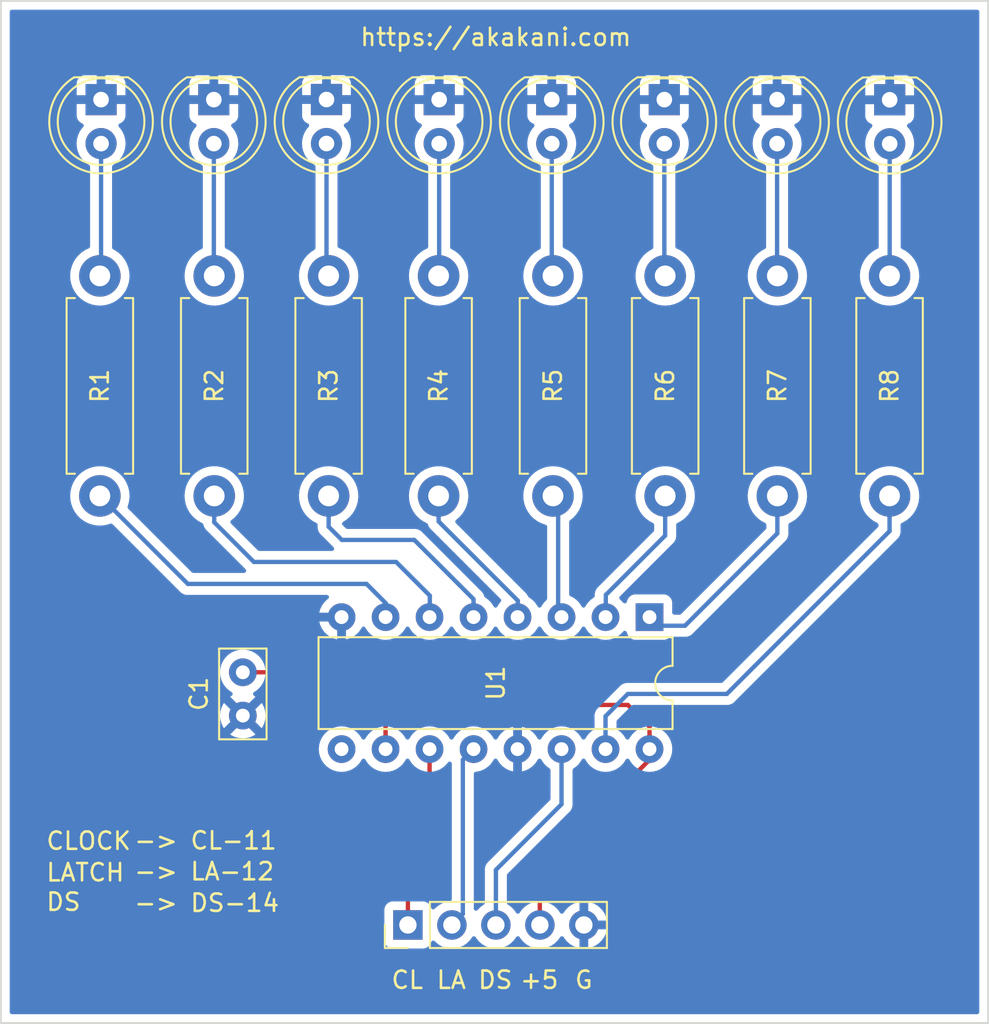
<source format=kicad_pcb>
(kicad_pcb (version 20211014) (generator pcbnew)
  (layers (0 "F.Cu" signal) (31 "B.Cu" signal) (36 "B.SilkS" user "B.Silkscreen") (37 "F.SilkS" user "F.Silkscreen") (38 "B.Mask" user) (39 "F.Mask" user) (44 "Edge.Cuts" user))
  (net 0 "")
  (net 1 "Net-(C1-Pad1)")
  (net 2 "GND")
  (net 3 "Net-(J1-Pad1)")
  (net 4 "Net-(J1-Pad2)")
  (net 5 "Net-(J1-Pad3)")
  (net 6 "Net-(R1-Pad1)")
  (net 7 "Net-(R2-Pad1)")
  (net 8 "Net-(R5-Pad1)")
  (net 9 "Net-(R6-Pad1)")
  (net 11 "Net-(BLUE1-Pad2)")
  (net 12 "Net-(BLUE2-Pad2)")
  (net 13 "Net-(GREEN1-Pad2)")
  (net 14 "Net-(GREEN2-Pad2)")
  (net 15 "Net-(R3-Pad1)")
  (net 16 "Net-(R4-Pad1)")
  (net 17 "Net-(R5-Pad2)")
  (net 18 "Net-(R6-Pad2)")
  (net 19 "Net-(R7-Pad1)")
  (net 20 "Net-(R7-Pad2)")
  (net 21 "Net-(R8-Pad1)")
  (net 22 "Net-(R8-Pad2)")
  (footprint "Capacitor_THT:C_Disc_D5.0mm_W2.5mm_P2.50mm" (layer "F.Cu") (at 121.285 102.255 -90)
    (fp_text reference "C1" (at 1.25 2.54 90) (layer "F.SilkS"))
    (fp_text value "0.1uF" hide)
    (fp_line (start -1.37 1.37) (end 3.87 1.37) (layer "F.SilkS") (width 0.12))
    (fp_line (start 3.87 -1.37) (end 3.87 1.37) (layer "F.SilkS") (width 0.12))
    (fp_line (start -1.37 -1.37) (end -1.37 1.37) (layer "F.SilkS") (width 0.12))
    (fp_line (start -1.37 -1.37) (end 3.87 -1.37) (layer "F.SilkS") (width 0.12))
    (pad "1" thru_hole circle (at 0 0 270) (size 1.6 1.6) (drill 0.8) (layers *.Cu *.Mask) (net 1 "Net-(C1-Pad1)"))
    (pad "2" thru_hole circle (at 2.5 0 270) (size 1.6 1.6) (drill 0.8) (layers *.Cu *.Mask) (net 2 "GND"))
  )
  (footprint "LED_THT:LED_D5.0mm" (layer "F.Cu") (at 119.61 69.2 -90)
    (fp_text reference "BLUE2" hide)
    (fp_text value "LED" hide)
    (fp_line (start -1.29 -1.545) (end -1.29 1.545) (layer "F.SilkS") (width 0.12))
    (fp_arc (start -1.29 -1.54483) (mid 2.072002 -2.880433) (end 4.26 0.000462) (layer "F.SilkS") (width 0.12))
    (fp_arc (start 4.26 -0.000462) (mid 2.072002 2.880433) (end -1.29 1.54483) (layer "F.SilkS") (width 0.12))
    (fp_circle (center 1.27 0) (end 3.77 0) (layer "F.SilkS") (width 0.12) (fill none))
    (pad "1" thru_hole rect (at 0 0 270) (size 1.8 1.8) (drill 0.9) (layers *.Cu *.Mask) (net 2 "GND"))
    (pad "2" thru_hole circle (at 2.54 0 270) (size 1.8 1.8) (drill 0.9) (layers *.Cu *.Mask) (net 12 "Net-(BLUE2-Pad2)"))
  )
  (footprint "Resistor_THT:R_Axial_DIN0411_L9.9mm_D3.6mm_P12.70mm_Horizontal" (layer "F.Cu") (at 145.669 92.075 90)
    (fp_text reference "R6" (at 6.35 0 90) (layer "F.SilkS"))
    (fp_text value "R_US" hide)
    (fp_line (start 1.28 -1.92) (end 11.42 -1.92) (layer "F.SilkS") (width 0.12))
    (fp_line (start 1.28 1.92) (end 11.42 1.92) (layer "F.SilkS") (width 0.12))
    (fp_line (start 11.42 -1.92) (end 11.42 -1.44) (layer "F.SilkS") (width 0.12))
    (fp_line (start 1.28 1.44) (end 1.28 1.92) (layer "F.SilkS") (width 0.12))
    (fp_line (start 1.28 -1.44) (end 1.28 -1.92) (layer "F.SilkS") (width 0.12))
    (fp_line (start 11.42 1.92) (end 11.42 1.44) (layer "F.SilkS") (width 0.12))
    (pad "1" thru_hole circle (at 0 0 90) (size 2.4 2.4) (drill 1.2) (layers *.Cu *.Mask) (net 9 "Net-(R6-Pad1)"))
    (pad "2" thru_hole oval (at 12.7 0 90) (size 2.4 2.4) (drill 1.2) (layers *.Cu *.Mask) (net 18 "Net-(R6-Pad2)"))
  )
  (footprint "LED_THT:LED_D5.0mm" (layer "F.Cu") (at 132.62 69.2 -90)
    (fp_text reference "GREEN2" hide)
    (fp_text value "LED" hide)
    (fp_line (start -1.29 -1.545) (end -1.29 1.545) (layer "F.SilkS") (width 0.12))
    (fp_arc (start -1.29 -1.54483) (mid 2.072002 -2.880433) (end 4.26 0.000462) (layer "F.SilkS") (width 0.12))
    (fp_arc (start 4.26 -0.000462) (mid 2.072002 2.880433) (end -1.29 1.54483) (layer "F.SilkS") (width 0.12))
    (fp_circle (center 1.27 0) (end 3.77 0) (layer "F.SilkS") (width 0.12) (fill none))
    (pad "1" thru_hole rect (at 0 0 270) (size 1.8 1.8) (drill 0.9) (layers *.Cu *.Mask) (net 2 "GND"))
    (pad "2" thru_hole circle (at 2.54 0 270) (size 1.8 1.8) (drill 0.9) (layers *.Cu *.Mask) (net 14 "Net-(GREEN2-Pad2)"))
  )
  (footprint "Resistor_THT:R_Axial_DIN0411_L9.9mm_D3.6mm_P12.70mm_Horizontal" (layer "F.Cu") (at 139.192 92.075 90)
    (fp_text reference "R5" (at 6.35 0 90) (layer "F.SilkS"))
    (fp_text value "R_US" hide)
    (fp_line (start 1.28 -1.92) (end 11.42 -1.92) (layer "F.SilkS") (width 0.12))
    (fp_line (start 1.28 1.92) (end 11.42 1.92) (layer "F.SilkS") (width 0.12))
    (fp_line (start 11.42 -1.92) (end 11.42 -1.44) (layer "F.SilkS") (width 0.12))
    (fp_line (start 1.28 -1.44) (end 1.28 -1.92) (layer "F.SilkS") (width 0.12))
    (fp_line (start 1.28 1.44) (end 1.28 1.92) (layer "F.SilkS") (width 0.12))
    (fp_line (start 11.42 1.92) (end 11.42 1.44) (layer "F.SilkS") (width 0.12))
    (pad "1" thru_hole circle (at 0 0 90) (size 2.4 2.4) (drill 1.2) (layers *.Cu *.Mask) (net 8 "Net-(R5-Pad1)"))
    (pad "2" thru_hole oval (at 12.7 0 90) (size 2.4 2.4) (drill 1.2) (layers *.Cu *.Mask) (net 17 "Net-(R5-Pad2)"))
  )
  (footprint "Resistor_THT:R_Axial_DIN0411_L9.9mm_D3.6mm_P12.70mm_Horizontal" (layer "F.Cu") (at 126.238 92.075 90)
    (fp_text reference "R3" (at 6.35 0 90) (layer "F.SilkS"))
    (fp_text value "R_US" hide)
    (fp_line (start 1.28 1.44) (end 1.28 1.92) (layer "F.SilkS") (width 0.12))
    (fp_line (start 1.28 -1.44) (end 1.28 -1.92) (layer "F.SilkS") (width 0.12))
    (fp_line (start 11.42 -1.92) (end 11.42 -1.44) (layer "F.SilkS") (width 0.12))
    (fp_line (start 11.42 1.92) (end 11.42 1.44) (layer "F.SilkS") (width 0.12))
    (fp_line (start 1.28 -1.92) (end 11.42 -1.92) (layer "F.SilkS") (width 0.12))
    (fp_line (start 1.28 1.92) (end 11.42 1.92) (layer "F.SilkS") (width 0.12))
    (pad "1" thru_hole circle (at 0 0 90) (size 2.4 2.4) (drill 1.2) (layers *.Cu *.Mask) (net 15 "Net-(R3-Pad1)"))
    (pad "2" thru_hole oval (at 12.7 0 90) (size 2.4 2.4) (drill 1.2) (layers *.Cu *.Mask) (net 13 "Net-(GREEN1-Pad2)"))
  )
  (footprint "Resistor_THT:R_Axial_DIN0411_L9.9mm_D3.6mm_P12.70mm_Horizontal" (layer "F.Cu") (at 113.03 92.075 90)
    (fp_text reference "R1" (at 6.35 0 90) (layer "F.SilkS"))
    (fp_text value "R_US" hide)
    (fp_line (start 1.28 -1.92) (end 11.42 -1.92) (layer "F.SilkS") (width 0.12))
    (fp_line (start 1.28 1.44) (end 1.28 1.92) (layer "F.SilkS") (width 0.12))
    (fp_line (start 1.28 -1.44) (end 1.28 -1.92) (layer "F.SilkS") (width 0.12))
    (fp_line (start 11.42 1.92) (end 11.42 1.44) (layer "F.SilkS") (width 0.12))
    (fp_line (start 1.28 1.92) (end 11.42 1.92) (layer "F.SilkS") (width 0.12))
    (fp_line (start 11.42 -1.92) (end 11.42 -1.44) (layer "F.SilkS") (width 0.12))
    (pad "1" thru_hole circle (at 0 0 90) (size 2.4 2.4) (drill 1.2) (layers *.Cu *.Mask) (net 6 "Net-(R1-Pad1)"))
    (pad "2" thru_hole oval (at 12.7 0 90) (size 2.4 2.4) (drill 1.2) (layers *.Cu *.Mask) (net 11 "Net-(BLUE1-Pad2)"))
  )
  (footprint "Resistor_THT:R_Axial_DIN0411_L9.9mm_D3.6mm_P12.70mm_Horizontal" (layer "F.Cu") (at 152.146 92.075 90)
    (fp_text reference "R7" (at 6.35 0 90) (layer "F.SilkS"))
    (fp_text value "R_US" hide)
    (fp_line (start 11.42 -1.92) (end 11.42 -1.44) (layer "F.SilkS") (width 0.12))
    (fp_line (start 1.28 1.92) (end 11.42 1.92) (layer "F.SilkS") (width 0.12))
    (fp_line (start 11.42 1.92) (end 11.42 1.44) (layer "F.SilkS") (width 0.12))
    (fp_line (start 1.28 1.44) (end 1.28 1.92) (layer "F.SilkS") (width 0.12))
    (fp_line (start 1.28 -1.92) (end 11.42 -1.92) (layer "F.SilkS") (width 0.12))
    (fp_line (start 1.28 -1.44) (end 1.28 -1.92) (layer "F.SilkS") (width 0.12))
    (pad "1" thru_hole circle (at 0 0 90) (size 2.4 2.4) (drill 1.2) (layers *.Cu *.Mask) (net 19 "Net-(R7-Pad1)"))
    (pad "2" thru_hole oval (at 12.7 0 90) (size 2.4 2.4) (drill 1.2) (layers *.Cu *.Mask) (net 20 "Net-(R7-Pad2)"))
  )
  (footprint "Package_DIP:DIP-16_W7.62mm" (layer "F.Cu") (at 144.765 99.07 -90)
    (fp_text reference "U1" (at 3.81 8.875 90) (layer "F.SilkS"))
    (fp_text value "74HC595" hide)
    (fp_line (start 6.46 19.11) (end 6.46 -1.33) (layer "F.SilkS") (width 0.12))
    (fp_line (start 1.16 19.11) (end 6.46 19.11) (layer "F.SilkS") (width 0.12))
    (fp_line (start 6.46 -1.33) (end 4.81 -1.33) (layer "F.SilkS") (width 0.12))
    (fp_line (start 1.16 -1.33) (end 1.16 19.11) (layer "F.SilkS") (width 0.12))
    (fp_line (start 2.81 -1.33) (end 1.16 -1.33) (layer "F.SilkS") (width 0.12))
    (fp_arc (start 4.81 -1.33) (mid 3.81 -0.33) (end 2.81 -1.33) (layer "F.SilkS") (width 0.12))
    (pad "1" thru_hole rect (at 0 0 270) (size 1.6 1.6) (drill 0.8) (layers *.Cu *.Mask) (net 19 "Net-(R7-Pad1)"))
    (pad "2" thru_hole oval (at 0 2.54 270) (size 1.6 1.6) (drill 0.8) (layers *.Cu *.Mask) (net 9 "Net-(R6-Pad1)"))
    (pad "3" thru_hole oval (at 0 5.08 270) (size 1.6 1.6) (drill 0.8) (layers *.Cu *.Mask) (net 8 "Net-(R5-Pad1)"))
    (pad "4" thru_hole oval (at 0 7.62 270) (size 1.6 1.6) (drill 0.8) (layers *.Cu *.Mask) (net 16 "Net-(R4-Pad1)"))
    (pad "5" thru_hole oval (at 0 10.16 270) (size 1.6 1.6) (drill 0.8) (layers *.Cu *.Mask) (net 15 "Net-(R3-Pad1)"))
    (pad "6" thru_hole oval (at 0 12.7 270) (size 1.6 1.6) (drill 0.8) (layers *.Cu *.Mask) (net 7 "Net-(R2-Pad1)"))
    (pad "7" thru_hole oval (at 0 15.24 270) (size 1.6 1.6) (drill 0.8) (layers *.Cu *.Mask) (net 6 "Net-(R1-Pad1)"))
    (pad "8" thru_hole oval (at 0 17.78 270) (size 1.6 1.6) (drill 0.8) (layers *.Cu *.Mask) (net 2 "GND"))
    (pad "9" thru_hole oval (at 7.62 17.78 270) (size 1.6 1.6) (drill 0.8) (layers *.Cu *.Mask))
    (pad "10" thru_hole oval (at 7.62 15.24 270) (size 1.6 1.6) (drill 0.8) (layers *.Cu *.Mask) (net 1 "Net-(C1-Pad1)"))
    (pad "11" thru_hole oval (at 7.62 12.7 270) (size 1.6 1.6) (drill 0.8) (layers *.Cu *.Mask) (net 3 "Net-(J1-Pad1)"))
    (pad "12" thru_hole oval (at 7.62 10.16 270) (size 1.6 1.6) (drill 0.8) (layers *.Cu *.Mask) (net 4 "Net-(J1-Pad2)"))
    (pad "13" thru_hole oval (at 7.62 7.62 270) (size 1.6 1.6) (drill 0.8) (layers *.Cu *.Mask) (net 2 "GND"))
    (pad "14" thru_hole oval (at 7.62 5.08 270) (size 1.6 1.6) (drill 0.8) (layers *.Cu *.Mask) (net 5 "Net-(J1-Pad3)"))
    (pad "15" thru_hole oval (at 7.62 2.54 270) (size 1.6 1.6) (drill 0.8) (layers *.Cu *.Mask) (net 21 "Net-(R8-Pad1)"))
    (pad "16" thru_hole oval (at 7.62 0 270) (size 1.6 1.6) (drill 0.8) (layers *.Cu *.Mask) (net 1 "Net-(C1-Pad1)"))
  )
  (footprint "LED_THT:LED_D5.0mm" (layer "F.Cu") (at 145.62 69.2 -90)
    (fp_text reference "YELOW2" hide)
    (fp_text value "LED" hide)
    (fp_line (start -1.29 -1.545) (end -1.29 1.545) (layer "F.SilkS") (width 0.12))
    (fp_arc (start 4.26 -0.000462) (mid 2.072002 2.880433) (end -1.29 1.54483) (layer "F.SilkS") (width 0.12))
    (fp_arc (start -1.29 -1.54483) (mid 2.072002 -2.880433) (end 4.26 0.000462) (layer "F.SilkS") (width 0.12))
    (fp_circle (center 1.27 0) (end 3.77 0) (layer "F.SilkS") (width 0.12) (fill none))
    (pad "1" thru_hole rect (at 0 0 270) (size 1.8 1.8) (drill 0.9) (layers *.Cu *.Mask) (net 2 "GND"))
    (pad "2" thru_hole circle (at 2.54 0 270) (size 1.8 1.8) (drill 0.9) (layers *.Cu *.Mask) (net 18 "Net-(R6-Pad2)"))
  )
  (footprint "Resistor_THT:R_Axial_DIN0411_L9.9mm_D3.6mm_P12.70mm_Horizontal" (layer "F.Cu") (at 132.588 92.075 90)
    (fp_text reference "R4" (at 6.35 0 90) (layer "F.SilkS"))
    (fp_text value "R_US" hide)
    (fp_line (start 11.42 -1.92) (end 11.42 -1.44) (layer "F.SilkS") (width 0.12))
    (fp_line (start 1.28 1.44) (end 1.28 1.92) (layer "F.SilkS") (width 0.12))
    (fp_line (start 1.28 1.92) (end 11.42 1.92) (layer "F.SilkS") (width 0.12))
    (fp_line (start 1.28 -1.92) (end 11.42 -1.92) (layer "F.SilkS") (width 0.12))
    (fp_line (start 1.28 -1.44) (end 1.28 -1.92) (layer "F.SilkS") (width 0.12))
    (fp_line (start 11.42 1.92) (end 11.42 1.44) (layer "F.SilkS") (width 0.12))
    (pad "1" thru_hole circle (at 0 0 90) (size 2.4 2.4) (drill 1.2) (layers *.Cu *.Mask) (net 16 "Net-(R4-Pad1)"))
    (pad "2" thru_hole oval (at 12.7 0 90) (size 2.4 2.4) (drill 1.2) (layers *.Cu *.Mask) (net 14 "Net-(GREEN2-Pad2)"))
  )
  (footprint "LED_THT:LED_D5.0mm" (layer "F.Cu") (at 158.63 69.21 -90)
    (fp_text reference "RED2" hide)
    (fp_text value "LED" hide)
    (fp_line (start -1.29 -1.545) (end -1.29 1.545) (layer "F.SilkS") (width 0.12))
    (fp_arc (start -1.29 -1.54483) (mid 2.072002 -2.880433) (end 4.26 0.000462) (layer "F.SilkS") (width 0.12))
    (fp_arc (start 4.26 -0.000462) (mid 2.072002 2.880433) (end -1.29 1.54483) (layer "F.SilkS") (width 0.12))
    (fp_circle (center 1.27 0) (end 3.77 0) (layer "F.SilkS") (width 0.12) (fill none))
    (pad "1" thru_hole rect (at 0 0 270) (size 1.8 1.8) (drill 0.9) (layers *.Cu *.Mask) (net 2 "GND"))
    (pad "2" thru_hole circle (at 2.54 0 270) (size 1.8 1.8) (drill 0.9) (layers *.Cu *.Mask) (net 22 "Net-(R8-Pad2)"))
  )
  (footprint "LED_THT:LED_D5.0mm" (layer "F.Cu") (at 126.115 69.195 -90)
    (fp_text reference "GREEN1" hide)
    (fp_text value "LED" hide)
    (fp_line (start -1.29 -1.545) (end -1.29 1.545) (layer "F.SilkS") (width 0.12))
    (fp_arc (start 4.26 -0.000462) (mid 2.072002 2.880433) (end -1.29 1.54483) (layer "F.SilkS") (width 0.12))
    (fp_arc (start -1.29 -1.54483) (mid 2.072002 -2.880433) (end 4.26 0.000462) (layer "F.SilkS") (width 0.12))
    (fp_circle (center 1.27 0) (end 3.77 0) (layer "F.SilkS") (width 0.12) (fill none))
    (pad "1" thru_hole rect (at 0 0 270) (size 1.8 1.8) (drill 0.9) (layers *.Cu *.Mask) (net 2 "GND"))
    (pad "2" thru_hole circle (at 2.54 0 270) (size 1.8 1.8) (drill 0.9) (layers *.Cu *.Mask) (net 13 "Net-(GREEN1-Pad2)"))
  )
  (footprint "Resistor_THT:R_Axial_DIN0411_L9.9mm_D3.6mm_P12.70mm_Horizontal" (layer "F.Cu") (at 158.623 92.075 90)
    (fp_text reference "R8" (at 6.35 0 90) (layer "F.SilkS"))
    (fp_text value "R_US" hide)
    (fp_line (start 11.42 -1.92) (end 11.42 -1.44) (layer "F.SilkS") (width 0.12))
    (fp_line (start 1.28 1.44) (end 1.28 1.92) (layer "F.SilkS") (width 0.12))
    (fp_line (start 1.28 1.92) (end 11.42 1.92) (layer "F.SilkS") (width 0.12))
    (fp_line (start 1.28 -1.92) (end 11.42 -1.92) (layer "F.SilkS") (width 0.12))
    (fp_line (start 1.28 -1.44) (end 1.28 -1.92) (layer "F.SilkS") (width 0.12))
    (fp_line (start 11.42 1.92) (end 11.42 1.44) (layer "F.SilkS") (width 0.12))
    (pad "1" thru_hole circle (at 0 0 90) (size 2.4 2.4) (drill 1.2) (layers *.Cu *.Mask) (net 21 "Net-(R8-Pad1)"))
    (pad "2" thru_hole oval (at 12.7 0 90) (size 2.4 2.4) (drill 1.2) (layers *.Cu *.Mask) (net 22 "Net-(R8-Pad2)"))
  )
  (footprint "Resistor_THT:R_Axial_DIN0411_L9.9mm_D3.6mm_P12.70mm_Horizontal" (layer "F.Cu") (at 119.634 92.075 90)
    (fp_text reference "R2" (at 6.35 0 90) (layer "F.SilkS"))
    (fp_text value "R_US" hide)
    (fp_line (start 1.28 -1.92) (end 11.42 -1.92) (layer "F.SilkS") (width 0.12))
    (fp_line (start 11.42 1.92) (end 11.42 1.44) (layer "F.SilkS") (width 0.12))
    (fp_line (start 1.28 1.92) (end 11.42 1.92) (layer "F.SilkS") (width 0.12))
    (fp_line (start 1.28 1.44) (end 1.28 1.92) (layer "F.SilkS") (width 0.12))
    (fp_line (start 1.28 -1.44) (end 1.28 -1.92) (layer "F.SilkS") (width 0.12))
    (fp_line (start 11.42 -1.92) (end 11.42 -1.44) (layer "F.SilkS") (width 0.12))
    (pad "1" thru_hole circle (at 0 0 90) (size 2.4 2.4) (drill 1.2) (layers *.Cu *.Mask) (net 7 "Net-(R2-Pad1)"))
    (pad "2" thru_hole oval (at 12.7 0 90) (size 2.4 2.4) (drill 1.2) (layers *.Cu *.Mask) (net 12 "Net-(BLUE2-Pad2)"))
  )
  (footprint "LED_THT:LED_D5.0mm" (layer "F.Cu") (at 139.12 69.2 -90)
    (fp_text reference "YELOW1" hide)
    (fp_text value "LED" hide)
    (fp_line (start -1.29 -1.545) (end -1.29 1.545) (layer "F.SilkS") (width 0.12))
    (fp_arc (start 4.26 -0.000462) (mid 2.072002 2.880433) (end -1.29 1.54483) (layer "F.SilkS") (width 0.12))
    (fp_arc (start -1.29 -1.54483) (mid 2.072002 -2.880433) (end 4.26 0.000462) (layer "F.SilkS") (width 0.12))
    (fp_circle (center 1.27 0) (end 3.77 0) (layer "F.SilkS") (width 0.12) (fill none))
    (pad "1" thru_hole rect (at 0 0 270) (size 1.8 1.8) (drill 0.9) (layers *.Cu *.Mask) (net 2 "GND"))
    (pad "2" thru_hole circle (at 2.54 0 270) (size 1.8 1.8) (drill 0.9) (layers *.Cu *.Mask) (net 17 "Net-(R5-Pad2)"))
  )
  (footprint "LED_THT:LED_D5.0mm" (layer "F.Cu") (at 152.13 69.2 -90)
    (fp_text reference "RED1" hide)
    (fp_text value "LED" hide)
    (fp_line (start -1.29 -1.545) (end -1.29 1.545) (layer "F.SilkS") (width 0.12))
    (fp_arc (start -1.29 -1.54483) (mid 2.072002 -2.880433) (end 4.26 0.000462) (layer "F.SilkS") (width 0.12))
    (fp_arc (start 4.26 -0.000462) (mid 2.072002 2.880433) (end -1.29 1.54483) (layer "F.SilkS") (width 0.12))
    (fp_circle (center 1.27 0) (end 3.77 0) (layer "F.SilkS") (width 0.12) (fill none))
    (pad "1" thru_hole rect (at 0 0 270) (size 1.8 1.8) (drill 0.9) (layers *.Cu *.Mask) (net 2 "GND"))
    (pad "2" thru_hole circle (at 2.54 0 270) (size 1.8 1.8) (drill 0.9) (layers *.Cu *.Mask) (net 20 "Net-(R7-Pad2)"))
  )
  (footprint "Connector_PinHeader_2.54mm:PinHeader_1x05_P2.54mm_Vertical" (layer "F.Cu") (at 130.815 116.84 90)
    (fp_text reference "J1" hide)
    (fp_text value "Conn_01x05_Male" hide)
    (fp_line (start -1.33 -1.33) (end 0 -1.33) (layer "F.SilkS") (width 0.12))
    (fp_line (start 1.33 1.27) (end 1.33 11.49) (layer "F.SilkS") (width 0.12))
    (fp_line (start -1.33 1.27) (end 1.33 1.27) (layer "F.SilkS") (width 0.12))
    (fp_line (start -1.33 1.27) (end -1.33 11.49) (layer "F.SilkS") (width 0.12))
    (fp_line (start -1.33 0) (end -1.33 -1.33) (layer "F.SilkS") (width 0.12))
    (fp_line (start -1.33 11.49) (end 1.33 11.49) (layer "F.SilkS") (width 0.12))
    (pad "1" thru_hole rect (at 0 0 90) (size 1.7 1.7) (drill 1) (layers *.Cu *.Mask) (net 3 "Net-(J1-Pad1)"))
    (pad "2" thru_hole oval (at 0 2.54 90) (size 1.7 1.7) (drill 1) (layers *.Cu *.Mask) (net 4 "Net-(J1-Pad2)"))
    (pad "3" thru_hole oval (at 0 5.08 90) (size 1.7 1.7) (drill 1) (layers *.Cu *.Mask) (net 5 "Net-(J1-Pad3)"))
    (pad "4" thru_hole oval (at 0 7.62 90) (size 1.7 1.7) (drill 1) (layers *.Cu *.Mask) (net 1 "Net-(C1-Pad1)"))
    (pad "5" thru_hole oval (at 0 10.16 90) (size 1.7 1.7) (drill 1) (layers *.Cu *.Mask) (net 2 "GND"))
  )
  (footprint "LED_THT:LED_D5.0mm" (layer "F.Cu") (at 113.1 69.2 -90)
    (fp_text reference "BLUE1" hide)
    (fp_text value "LED" hide)
    (fp_line (start -1.29 -1.545) (end -1.29 1.545) (layer "F.SilkS") (width 0.12))
    (fp_arc (start 4.26 -0.000462) (mid 2.072002 2.880433) (end -1.29 1.54483) (layer "F.SilkS") (width 0.12))
    (fp_arc (start -1.29 -1.54483) (mid 2.072002 -2.880433) (end 4.26 0.000462) (layer "F.SilkS") (width 0.12))
    (fp_circle (center 1.27 0) (end 3.77 0) (layer "F.SilkS") (width 0.12) (fill none))
    (pad "1" thru_hole rect (at 0 0 270) (size 1.8 1.8) (drill 0.9) (layers *.Cu *.Mask) (net 2 "GND"))
    (pad "2" thru_hole circle (at 2.54 0 270) (size 1.8 1.8) (drill 0.9) (layers *.Cu *.Mask) (net 11 "Net-(BLUE1-Pad2)"))
  )
  (gr_rect (start 107.315 63.5) (end 164.315 122.5) (layer "Edge.Cuts") (width 0.1) (fill none))
  (gr_text "DS" (at 135.86 120.015) (layer "F.SilkS") (effects (font (size 1 1) (thickness 0.153))))
  (gr_text "https://akakani.com" (at 135.89 65.59) (layer "F.SilkS") (effects (font (size 1 1))))
  (gr_text "DS" (at 109.855 115.51) (layer "F.SilkS") (effects (font (size 1 1)) (justify left)))
  (gr_text "-> LA-12" (at 114.935 113.75) (layer "F.SilkS") (effects (font (size 1 1)) (justify left)))
  (gr_text "CL" (at 130.78 120.015) (layer "F.SilkS") (effects (font (size 1 1))))
  (gr_text "-> CL-11" (at 114.935 111.97) (layer "F.SilkS") (effects (font (size 1 1)) (justify left)))
  (gr_text "LA" (at 133.32 120.015) (layer "F.SilkS") (effects (font (size 1 1))))
  (gr_text "-> DS-14" (at 114.935 115.57) (layer "F.SilkS") (effects (font (size 1 1)) (justify left)))
  (gr_text "LATCH" (at 109.855 113.81) (layer "F.SilkS") (effects (font (size 1 1)) (justify left)))
  (gr_text "G" (at 140.97 120.015) (layer "F.SilkS") (effects (font (size 1 1))))
  (gr_text "CLOCK" (at 109.855 111.99) (layer "F.SilkS") (effects (font (size 1 1)) (justify left)))
  (gr_text "+5" (at 138.4 120.015) (layer "F.SilkS") (effects (font (size 1 1))))
  (segment (start 138.43 116.835) (end 138.43 113.64) (width 0.25) (layer "F.Cu") (net 1))
  (segment (start 144.765 107.305) (end 144.765 106.69) (width 0.25) (layer "F.Cu") (net 1))
  (segment (start 129.525 106.69) (end 129.525 104.79) (width 0.25) (layer "F.Cu") (net 1))
  (segment (start 138.435 116.84) (end 138.43 116.835) (width 0.25) (layer "F.Cu") (net 1))
  (segment (start 127.02 102.255) (end 121.285 102.255) (width 0.25) (layer "F.Cu") (net 1))
  (segment (start 129.525 104.76) (end 127.02 102.255) (width 0.25) (layer "F.Cu") (net 1))
  (segment (start 144.765 106.69) (end 144.765 105.395) (width 0.25) (layer "F.Cu") (net 1))
  (segment (start 138.43 113.64) (end 144.765 107.305) (width 0.25) (layer "F.Cu") (net 1))
  (segment (start 130.175 104.14) (end 129.525 104.79) (width 0.25) (layer "F.Cu") (net 1))
  (segment (start 144.765 105.395) (end 143.51 104.14) (width 0.25) (layer "F.Cu") (net 1))
  (segment (start 143.51 104.14) (end 130.175 104.14) (width 0.25) (layer "F.Cu") (net 1))
  (segment (start 129.525 104.79) (end 129.525 104.76) (width 0.25) (layer "F.Cu") (net 1))
  (segment (start 130.815 114.825) (end 130.815 116.84) (width 0.25) (layer "F.Cu") (net 3))
  (segment (start 132.065 106.69) (end 132.065 113.575) (width 0.25) (layer "F.Cu") (net 3))
  (segment (start 132.065 113.575) (end 130.815 114.825) (width 0.25) (layer "F.Cu") (net 3))
  (segment (start 133.355 116.84) (end 133.985 116.21) (width 0.25) (layer "B.Cu") (net 4))
  (segment (start 133.985 116.21) (end 133.985 107.31) (width 0.25) (layer "B.Cu") (net 4))
  (segment (start 133.985 107.31) (end 134.605 106.69) (width 0.25) (layer "B.Cu") (net 4))
  (segment (start 135.895 116.84) (end 135.895 113.66) (width 0.25) (layer "B.Cu") (net 5))
  (segment (start 135.895 113.66) (end 139.685 109.87) (width 0.25) (layer "B.Cu") (net 5))
  (segment (start 139.685 109.87) (end 139.685 106.69) (width 0.25) (layer "B.Cu") (net 5))
  (segment (start 128.425 97.155) (end 129.54 98.27) (width 0.25) (layer "B.Cu") (net 6))
  (segment (start 129.54 98.27) (end 129.54 99.568) (width 0.25) (layer "B.Cu") (net 6))
  (segment (start 113.03 92.075) (end 118.11 97.155) (width 0.25) (layer "B.Cu") (net 6))
  (segment (start 118.11 97.155) (end 128.425 97.155) (width 0.25) (layer "B.Cu") (net 6))
  (segment (start 121.92 95.885) (end 130.135 95.885) (width 0.25) (layer "B.Cu") (net 7))
  (segment (start 130.135 95.885) (end 132.08 97.83) (width 0.25) (layer "B.Cu") (net 7))
  (segment (start 132.08 97.83) (end 132.08 99.568) (width 0.25) (layer "B.Cu") (net 7))
  (segment (start 119.634 93.599) (end 121.92 95.885) (width 0.25) (layer "B.Cu") (net 7))
  (segment (start 119.634 92.075) (end 119.634 93.599) (width 0.25) (layer "B.Cu") (net 7))
  (segment (start 139.192 92.075) (end 139.49 92.373) (width 0.25) (layer "B.Cu") (net 8))
  (segment (start 139.49 92.373) (end 139.49 98.875) (width 0.25) (layer "B.Cu") (net 8))
  (segment (start 139.49 98.875) (end 139.685 99.07) (width 0.25) (layer "B.Cu") (net 8))
  (segment (start 145.669 94.361) (end 145.669 92.075) (width 0.25) (layer "B.Cu") (net 9))
  (segment (start 142.24 97.79) (end 145.669 94.361) (width 0.25) (layer "B.Cu") (net 9))
  (segment (start 142.24 99.568) (end 142.24 97.79) (width 0.25) (layer "B.Cu") (net 9))
  (segment (start 113.1 71.74) (end 113.1 79.305) (width 0.25) (layer "B.Cu") (net 11))
  (segment (start 113.1 79.305) (end 113.03 79.375) (width 0.25) (layer "B.Cu") (net 11))
  (segment (start 119.61 71.74) (end 119.61 79.351) (width 0.25) (layer "B.Cu") (net 12))
  (segment (start 119.61 79.351) (end 119.634 79.375) (width 0.25) (layer "B.Cu") (net 12))
  (segment (start 126.115 79.252) (end 126.238 79.375) (width 0.25) (layer "B.Cu") (net 13))
  (segment (start 126.115 71.735) (end 126.115 79.252) (width 0.25) (layer "B.Cu") (net 13))
  (segment (start 132.62 79.343) (end 132.588 79.375) (width 0.25) (layer "B.Cu") (net 14))
  (segment (start 132.62 71.74) (end 132.62 79.343) (width 0.25) (layer "B.Cu") (net 14))
  (segment (start 131.185 94.615) (end 134.605 98.035) (width 0.25) (layer "B.Cu") (net 15))
  (segment (start 134.605 98.035) (end 134.605 99.07) (width 0.25) (layer "B.Cu") (net 15))
  (segment (start 126.238 93.853) (end 127 94.615) (width 0.25) (layer "B.Cu") (net 15))
  (segment (start 126.238 92.075) (end 126.238 93.853) (width 0.25) (layer "B.Cu") (net 15))
  (segment (start 127 94.615) (end 131.185 94.615) (width 0.25) (layer "B.Cu") (net 15))
  (segment (start 132.588 93.548) (end 132.588 92.075) (width 0.25) (layer "B.Cu") (net 16))
  (segment (start 137.16 98.425) (end 137.16 98.12) (width 0.25) (layer "B.Cu") (net 16))
  (segment (start 137.16 98.12) (end 132.588 93.548) (width 0.25) (layer "B.Cu") (net 16))
  (segment (start 139.12 79.303) (end 139.192 79.375) (width 0.25) (layer "B.Cu") (net 17))
  (segment (start 139.12 71.74) (end 139.12 79.303) (width 0.25) (layer "B.Cu") (net 17))
  (segment (start 145.62 71.74) (end 145.62 79.326) (width 0.25) (layer "B.Cu") (net 18))
  (segment (start 145.62 79.326) (end 145.669 79.375) (width 0.25) (layer "B.Cu") (net 18))
  (segment (start 146.812 99.568) (end 152.146 94.234) (width 0.25) (layer "B.Cu") (net 19))
  (segment (start 152.146 94.234) (end 152.146 92.075) (width 0.25) (layer "B.Cu") (net 19))
  (segment (start 144.78 99.568) (end 146.812 99.568) (width 0.25) (layer "B.Cu") (net 19))
  (segment (start 152.13 79.359) (end 152.146 79.375) (width 0.25) (layer "B.Cu") (net 20))
  (segment (start 152.13 71.74) (end 152.13 79.359) (width 0.25) (layer "B.Cu") (net 20))
  (segment (start 158.623 92.075) (end 158.623 94.107) (width 0.25) (layer "B.Cu") (net 21))
  (segment (start 142.225 104.79) (end 142.225 106.69) (width 0.25) (layer "B.Cu") (net 21))
  (segment (start 149.225 103.505) (end 143.51 103.505) (width 0.25) (layer "B.Cu") (net 21))
  (segment (start 143.51 103.505) (end 142.225 104.79) (width 0.25) (layer "B.Cu") (net 21))
  (segment (start 158.623 94.107) (end 149.225 103.505) (width 0.25) (layer "B.Cu") (net 21))
  (segment (start 158.63 71.75) (end 158.63 79.368) (width 0.25) (layer "B.Cu") (net 22))
  (segment (start 158.63 79.368) (end 158.623 79.375) (width 0.25) (layer "B.Cu") (net 22))
  (zone (net 2) (net_name "GND") (layer "B.Cu") (connect_pads (clearance 0.508)) (min_thickness 0.254) (fill yes (thermal_gap 0.508) (thermal_bridge_width 0.508))
    (polygon (pts (xy 164.29 122.56) (xy 107.315 122.555) (xy 107.315 63.5) (xy 164.29 63.55)))
  )
)
</source>
